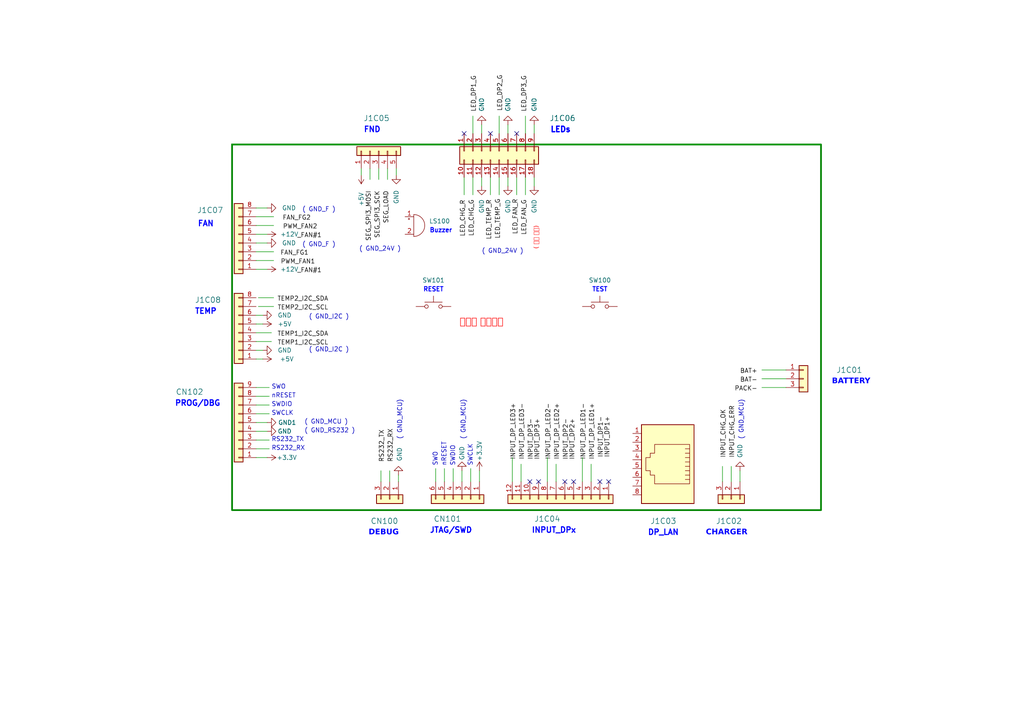
<source format=kicad_sch>
(kicad_sch (version 20231120) (generator "eeschema") (generator_version "8.0")
  (paper "A4")
  (title_block (title "PORTABLE Control Board") (date "2024-10-11") (rev "R1.1_241209") (company "(주)볼크"))
  (lib_symbols
    (symbol "Connector:RJ45" (pin_names (offset 1.016))
      (property "Reference" "J" (at -5.08 13.97 0))
      (property "Value" "RJ45" (at 2.54 13.97 0))
      (symbol "RJ45_0_1"
        (polyline (pts (xy -5.08 4.445) (xy -6.35 4.445)))
        (polyline (pts (xy -5.08 5.715) (xy -6.35 5.715)))
        (polyline (pts (xy -6.35 -3.175) (xy -5.08 -3.175) (xy -5.08 -3.175)))
        (polyline (pts (xy -6.35 -1.905) (xy -5.08 -1.905) (xy -5.08 -1.905)))
        (polyline (pts (xy -6.35 -0.635) (xy -5.08 -0.635) (xy -5.08 -0.635)))
        (polyline (pts (xy -6.35 0.635) (xy -5.08 0.635) (xy -5.08 0.635)))
        (polyline (pts (xy -6.35 1.905) (xy -5.08 1.905) (xy -5.08 1.905)))
        (polyline (pts (xy -5.08 3.175) (xy -6.35 3.175) (xy -6.35 3.175)))
        (polyline (pts (xy -6.35 -4.445) (xy -6.35 6.985) (xy 3.81 6.985) (xy 3.81 4.445) (xy 5.08 4.445) (xy 5.08 3.175) (xy 6.35 3.175) (xy 6.35 -0.635) (xy 5.08 -0.635) (xy 5.08 -1.905) (xy 3.81 -1.905) (xy 3.81 -4.445) (xy -6.35 -4.445) (xy -6.35 -4.445)))
        (rectangle (start 7.62 12.7) (end -7.62 -10.16) (stroke (width 0.254)) (fill (type background)))
      )
      (symbol "RJ45_1_1"
        (pin passive line (at 10.16 -7.62 180) (length 2.54) (name "~") (number "1"))
        (pin passive line (at 10.16 -5.08 180) (length 2.54) (name "~") (number "2"))
        (pin passive line (at 10.16 -2.54 180) (length 2.54) (name "~") (number "3"))
        (pin passive line (at 10.16 0 180) (length 2.54) (name "~") (number "4"))
        (pin passive line (at 10.16 2.54 180) (length 2.54) (name "~") (number "5"))
        (pin passive line (at 10.16 5.08 180) (length 2.54) (name "~") (number "6"))
        (pin passive line (at 10.16 7.62 180) (length 2.54) (name "~") (number "7"))
        (pin passive line (at 10.16 10.16 180) (length 2.54) (name "~") (number "8"))
      )
    )
    (symbol "Connector_Generic:Conn_01x03" (pin_names (offset 1.016) hide)
      (property "Reference" "J" (at 0 5.08 0))
      (property "Value" "Conn_01x03" (at 0 -5.08 0))
      (symbol "Conn_01x03_1_1"
        (rectangle (start -1.27 -2.413) (end 0 -2.667) (stroke (width 0.1524)))
        (rectangle (start -1.27 0.127) (end 0 -0.127) (stroke (width 0.1524)))
        (rectangle (start -1.27 2.667) (end 0 2.413) (stroke (width 0.1524)))
        (rectangle (start -1.27 3.81) (end 1.27 -3.81) (stroke (width 0.254)) (fill (type background)))
        (pin passive line (at -5.08 2.54 0) (length 3.81) (name "Pin_1") (number "1"))
        (pin passive line (at -5.08 0 0) (length 3.81) (name "Pin_2") (number "2"))
        (pin passive line (at -5.08 -2.54 0) (length 3.81) (name "Pin_3") (number "3"))
      )
    )
    (symbol "Connector_Generic:Conn_01x05" (pin_names (offset 1.016) hide)
      (property "Reference" "J" (at 0 7.62 0))
      (property "Value" "Conn_01x05" (at 0 -7.62 0))
      (symbol "Conn_01x05_1_1"
        (rectangle (start -1.27 -4.953) (end 0 -5.207) (stroke (width 0.1524)))
        (rectangle (start -1.27 -2.413) (end 0 -2.667) (stroke (width 0.1524)))
        (rectangle (start -1.27 0.127) (end 0 -0.127) (stroke (width 0.1524)))
        (rectangle (start -1.27 2.667) (end 0 2.413) (stroke (width 0.1524)))
        (rectangle (start -1.27 5.207) (end 0 4.953) (stroke (width 0.1524)))
        (rectangle (start -1.27 6.35) (end 1.27 -6.35) (stroke (width 0.254)) (fill (type background)))
        (pin passive line (at -5.08 5.08 0) (length 3.81) (name "Pin_1") (number "1"))
        (pin passive line (at -5.08 2.54 0) (length 3.81) (name "Pin_2") (number "2"))
        (pin passive line (at -5.08 0 0) (length 3.81) (name "Pin_3") (number "3"))
        (pin passive line (at -5.08 -2.54 0) (length 3.81) (name "Pin_4") (number "4"))
        (pin passive line (at -5.08 -5.08 0) (length 3.81) (name "Pin_5") (number "5"))
      )
    )
    (symbol "Connector_Generic:Conn_01x06" (pin_names (offset 1.016) hide)
      (property "Reference" "J" (at 0 7.62 0))
      (property "Value" "Conn_01x06" (at 0 -10.16 0))
      (symbol "Conn_01x06_1_1"
        (rectangle (start -1.27 -7.493) (end 0 -7.747) (stroke (width 0.1524)))
        (rectangle (start -1.27 -4.953) (end 0 -5.207) (stroke (width 0.1524)))
        (rectangle (start -1.27 -2.413) (end 0 -2.667) (stroke (width 0.1524)))
        (rectangle (start -1.27 0.127) (end 0 -0.127) (stroke (width 0.1524)))
        (rectangle (start -1.27 2.667) (end 0 2.413) (stroke (width 0.1524)))
        (rectangle (start -1.27 5.207) (end 0 4.953) (stroke (width 0.1524)))
        (rectangle (start -1.27 6.35) (end 1.27 -8.89) (stroke (width 0.254)) (fill (type background)))
        (pin passive line (at -5.08 5.08 0) (length 3.81) (name "Pin_1") (number "1"))
        (pin passive line (at -5.08 2.54 0) (length 3.81) (name "Pin_2") (number "2"))
        (pin passive line (at -5.08 0 0) (length 3.81) (name "Pin_3") (number "3"))
        (pin passive line (at -5.08 -2.54 0) (length 3.81) (name "Pin_4") (number "4"))
        (pin passive line (at -5.08 -5.08 0) (length 3.81) (name "Pin_5") (number "5"))
        (pin passive line (at -5.08 -7.62 0) (length 3.81) (name "Pin_6") (number "6"))
      )
    )
    (symbol "Connector_Generic:Conn_01x08" (pin_names (offset 1.016) hide)
      (property "Reference" "J" (at 0 10.16 0))
      (property "Value" "Conn_01x08" (at 0 -12.7 0))
      (symbol "Conn_01x08_1_1"
        (rectangle (start -1.27 -10.033) (end 0 -10.287) (stroke (width 0.1524)))
        (rectangle (start -1.27 -7.493) (end 0 -7.747) (stroke (width 0.1524)))
        (rectangle (start -1.27 -4.953) (end 0 -5.207) (stroke (width 0.1524)))
        (rectangle (start -1.27 -2.413) (end 0 -2.667) (stroke (width 0.1524)))
        (rectangle (start -1.27 0.127) (end 0 -0.127) (stroke (width 0.1524)))
        (rectangle (start -1.27 2.667) (end 0 2.413) (stroke (width 0.1524)))
        (rectangle (start -1.27 5.207) (end 0 4.953) (stroke (width 0.1524)))
        (rectangle (start -1.27 7.747) (end 0 7.493) (stroke (width 0.1524)))
        (rectangle (start -1.27 8.89) (end 1.27 -11.43) (stroke (width 0.254)) (fill (type background)))
        (pin passive line (at -5.08 7.62 0) (length 3.81) (name "Pin_1") (number "1"))
        (pin passive line (at -5.08 5.08 0) (length 3.81) (name "Pin_2") (number "2"))
        (pin passive line (at -5.08 2.54 0) (length 3.81) (name "Pin_3") (number "3"))
        (pin passive line (at -5.08 0 0) (length 3.81) (name "Pin_4") (number "4"))
        (pin passive line (at -5.08 -2.54 0) (length 3.81) (name "Pin_5") (number "5"))
        (pin passive line (at -5.08 -5.08 0) (length 3.81) (name "Pin_6") (number "6"))
        (pin passive line (at -5.08 -7.62 0) (length 3.81) (name "Pin_7") (number "7"))
        (pin passive line (at -5.08 -10.16 0) (length 3.81) (name "Pin_8") (number "8"))
      )
    )
    (symbol "Connector_Generic:Conn_01x09" (pin_names (offset 1.016) hide)
      (property "Reference" "J" (at 0 12.7 0))
      (property "Value" "Conn_01x09" (at 0 -12.7 0))
      (symbol "Conn_01x09_1_1"
        (rectangle (start -1.27 -10.033) (end 0 -10.287) (stroke (width 0.1524)))
        (rectangle (start -1.27 -7.493) (end 0 -7.747) (stroke (width 0.1524)))
        (rectangle (start -1.27 -4.953) (end 0 -5.207) (stroke (width 0.1524)))
        (rectangle (start -1.27 -2.413) (end 0 -2.667) (stroke (width 0.1524)))
        (rectangle (start -1.27 0.127) (end 0 -0.127) (stroke (width 0.1524)))
        (rectangle (start -1.27 2.667) (end 0 2.413) (stroke (width 0.1524)))
        (rectangle (start -1.27 5.207) (end 0 4.953) (stroke (width 0.1524)))
        (rectangle (start -1.27 7.747) (end 0 7.493) (stroke (width 0.1524)))
        (rectangle (start -1.27 10.287) (end 0 10.033) (stroke (width 0.1524)))
        (rectangle (start -1.27 11.43) (end 1.27 -11.43) (stroke (width 0.254)) (fill (type background)))
        (pin passive line (at -5.08 10.16 0) (length 3.81) (name "Pin_1") (number "1"))
        (pin passive line (at -5.08 7.62 0) (length 3.81) (name "Pin_2") (number "2"))
        (pin passive line (at -5.08 5.08 0) (length 3.81) (name "Pin_3") (number "3"))
        (pin passive line (at -5.08 2.54 0) (length 3.81) (name "Pin_4") (number "4"))
        (pin passive line (at -5.08 0 0) (length 3.81) (name "Pin_5") (number "5"))
        (pin passive line (at -5.08 -2.54 0) (length 3.81) (name "Pin_6") (number "6"))
        (pin passive line (at -5.08 -5.08 0) (length 3.81) (name "Pin_7") (number "7"))
        (pin passive line (at -5.08 -7.62 0) (length 3.81) (name "Pin_8") (number "8"))
        (pin passive line (at -5.08 -10.16 0) (length 3.81) (name "Pin_9") (number "9"))
      )
    )
    (symbol "Connector_Generic:Conn_01x12" (pin_names (offset 1.016) hide)
      (property "Reference" "J" (at 0 15.24 0))
      (property "Value" "Conn_01x12" (at 0 -17.78 0))
      (symbol "Conn_01x12_1_1"
        (rectangle (start -1.27 -15.113) (end 0 -15.367) (stroke (width 0.1524)))
        (rectangle (start -1.27 -12.573) (end 0 -12.827) (stroke (width 0.1524)))
        (rectangle (start -1.27 -10.033) (end 0 -10.287) (stroke (width 0.1524)))
        (rectangle (start -1.27 -7.493) (end 0 -7.747) (stroke (width 0.1524)))
        (rectangle (start -1.27 -4.953) (end 0 -5.207) (stroke (width 0.1524)))
        (rectangle (start -1.27 -2.413) (end 0 -2.667) (stroke (width 0.1524)))
        (rectangle (start -1.27 0.127) (end 0 -0.127) (stroke (width 0.1524)))
        (rectangle (start -1.27 2.667) (end 0 2.413) (stroke (width 0.1524)))
        (rectangle (start -1.27 5.207) (end 0 4.953) (stroke (width 0.1524)))
        (rectangle (start -1.27 7.747) (end 0 7.493) (stroke (width 0.1524)))
        (rectangle (start -1.27 10.287) (end 0 10.033) (stroke (width 0.1524)))
        (rectangle (start -1.27 12.827) (end 0 12.573) (stroke (width 0.1524)))
        (rectangle (start -1.27 13.97) (end 1.27 -16.51) (stroke (width 0.254)) (fill (type background)))
        (pin passive line (at -5.08 12.7 0) (length 3.81) (name "Pin_1") (number "1"))
        (pin passive line (at -5.08 -10.16 0) (length 3.81) (name "Pin_10") (number "10"))
        (pin passive line (at -5.08 -12.7 0) (length 3.81) (name "Pin_11") (number "11"))
        (pin passive line (at -5.08 -15.24 0) (length 3.81) (name "Pin_12") (number "12"))
        (pin passive line (at -5.08 10.16 0) (length 3.81) (name "Pin_2") (number "2"))
        (pin passive line (at -5.08 7.62 0) (length 3.81) (name "Pin_3") (number "3"))
        (pin passive line (at -5.08 5.08 0) (length 3.81) (name "Pin_4") (number "4"))
        (pin passive line (at -5.08 2.54 0) (length 3.81) (name "Pin_5") (number "5"))
        (pin passive line (at -5.08 0 0) (length 3.81) (name "Pin_6") (number "6"))
        (pin passive line (at -5.08 -2.54 0) (length 3.81) (name "Pin_7") (number "7"))
        (pin passive line (at -5.08 -5.08 0) (length 3.81) (name "Pin_8") (number "8"))
        (pin passive line (at -5.08 -7.62 0) (length 3.81) (name "Pin_9") (number "9"))
      )
    )
    (symbol "Connector_Generic:Conn_02x09_Top_Bottom" (pin_names (offset 1.016) hide)
      (property "Reference" "J" (at 1.27 12.7 0))
      (property "Value" "Conn_02x09_Top_Bottom" (at 1.27 -12.7 0))
      (symbol "Conn_02x09_Top_Bottom_1_1"
        (rectangle (start -1.27 -10.033) (end 0 -10.287) (stroke (width 0.1524)))
        (rectangle (start -1.27 -7.493) (end 0 -7.747) (stroke (width 0.1524)))
        (rectangle (start -1.27 -4.953) (end 0 -5.207) (stroke (width 0.1524)))
        (rectangle (start -1.27 -2.413) (end 0 -2.667) (stroke (width 0.1524)))
        (rectangle (start -1.27 0.127) (end 0 -0.127) (stroke (width 0.1524)))
        (rectangle (start -1.27 2.667) (end 0 2.413) (stroke (width 0.1524)))
        (rectangle (start -1.27 5.207) (end 0 4.953) (stroke (width 0.1524)))
        (rectangle (start -1.27 7.747) (end 0 7.493) (stroke (width 0.1524)))
        (rectangle (start -1.27 10.287) (end 0 10.033) (stroke (width 0.1524)))
        (rectangle (start -1.27 11.43) (end 3.81 -11.43) (stroke (width 0.254)) (fill (type background)))
        (rectangle (start 3.81 -10.033) (end 2.54 -10.287) (stroke (width 0.1524)))
        (rectangle (start 3.81 -7.493) (end 2.54 -7.747) (stroke (width 0.1524)))
        (rectangle (start 3.81 -4.953) (end 2.54 -5.207) (stroke (width 0.1524)))
        (rectangle (start 3.81 -2.413) (end 2.54 -2.667) (stroke (width 0.1524)))
        (rectangle (start 3.81 0.127) (end 2.54 -0.127) (stroke (width 0.1524)))
        (rectangle (start 3.81 2.667) (end 2.54 2.413) (stroke (width 0.1524)))
        (rectangle (start 3.81 5.207) (end 2.54 4.953) (stroke (width 0.1524)))
        (rectangle (start 3.81 7.747) (end 2.54 7.493) (stroke (width 0.1524)))
        (rectangle (start 3.81 10.287) (end 2.54 10.033) (stroke (width 0.1524)))
        (pin passive line (at -5.08 10.16 0) (length 3.81) (name "Pin_1") (number "1"))
        (pin passive line (at 7.62 10.16 180) (length 3.81) (name "Pin_10") (number "10"))
        (pin passive line (at 7.62 7.62 180) (length 3.81) (name "Pin_11") (number "11"))
        (pin passive line (at 7.62 5.08 180) (length 3.81) (name "Pin_12") (number "12"))
        (pin passive line (at 7.62 2.54 180) (length 3.81) (name "Pin_13") (number "13"))
        (pin passive line (at 7.62 0 180) (length 3.81) (name "Pin_14") (number "14"))
        (pin passive line (at 7.62 -2.54 180) (length 3.81) (name "Pin_15") (number "15"))
        (pin passive line (at 7.62 -5.08 180) (length 3.81) (name "Pin_16") (number "16"))
        (pin passive line (at 7.62 -7.62 180) (length 3.81) (name "Pin_17") (number "17"))
        (pin passive line (at 7.62 -10.16 180) (length 3.81) (name "Pin_18") (number "18"))
        (pin passive line (at -5.08 7.62 0) (length 3.81) (name "Pin_2") (number "2"))
        (pin passive line (at -5.08 5.08 0) (length 3.81) (name "Pin_3") (number "3"))
        (pin passive line (at -5.08 2.54 0) (length 3.81) (name "Pin_4") (number "4"))
        (pin passive line (at -5.08 0 0) (length 3.81) (name "Pin_5") (number "5"))
        (pin passive line (at -5.08 -2.54 0) (length 3.81) (name "Pin_6") (number "6"))
        (pin passive line (at -5.08 -5.08 0) (length 3.81) (name "Pin_7") (number "7"))
        (pin passive line (at -5.08 -7.62 0) (length 3.81) (name "Pin_8") (number "8"))
        (pin passive line (at -5.08 -10.16 0) (length 3.81) (name "Pin_9") (number "9"))
      )
    )
    (symbol "Device:Buzzer" (pin_names (offset 0.0254) hide)
      (property "Reference" "BZ" (at 3.81 1.27 0))
      (property "Value" "Buzzer" (at 3.81 -1.27 0))
      (symbol "Buzzer_0_1"
        (arc (start 0 -3.175) (mid 3.1612 0) (end 0 3.175))
        (polyline (pts (xy -1.651 1.905) (xy -1.143 1.905)))
        (polyline (pts (xy -1.397 2.159) (xy -1.397 1.651)))
        (polyline (pts (xy 0 3.175) (xy 0 -3.175)))
      )
      (symbol "Buzzer_1_1"
        (pin passive line (at -2.54 2.54 0) (length 2.54) (name "-") (number "1"))
        (pin passive line (at -2.54 -2.54 0) (length 2.54) (name "+") (number "2"))
      )
    )
    (symbol "Switch:SW_Push" (pin_numbers hide) (pin_names (offset 1.016) hide)
      (property "Reference" "SW" (at 1.27 2.54 0))
      (property "Value" "SW_Push" (at 0 -1.524 0))
      (symbol "SW_Push_0_1"
        (circle (center -2.032 0) (radius 0.508))
        (polyline (pts (xy 0 1.27) (xy 0 3.048)))
        (polyline (pts (xy 2.54 1.27) (xy -2.54 1.27)))
        (circle (center 2.032 0) (radius 0.508))
        (pin passive line (at -5.08 0 0) (length 2.54) (name "1") (number "1"))
        (pin passive line (at 5.08 0 180) (length 2.54) (name "2") (number "2"))
      )
    )
    (symbol "gnd:GND" (power) (pin_numbers hide) (pin_names (offset 0) hide)
      (property "Value" "GND" (at 0 -3.81 0))
      (symbol "GND_0_1"
        (polyline (pts (xy 0 0) (xy 0 -1.27) (xy 1.27 -1.27) (xy 0 -2.54) (xy -1.27 -1.27) (xy 0 -1.27)))
      )
      (symbol "GND_1_1"
        (pin power_in line (at 0 0 270) (length 0) hide (name "GND") (number "1"))
      )
    )
    (symbol "power:+12V" (power) (pin_numbers hide) (pin_names (offset 0) hide)
      (property "Value" "+12V" (at 0 3.556 0))
      (symbol "+12V_0_1"
        (polyline (pts (xy -0.762 1.27) (xy 0 2.54)))
        (polyline (pts (xy 0 0) (xy 0 2.54)))
        (polyline (pts (xy 0 2.54) (xy 0.762 1.27)))
      )
      (symbol "+12V_1_1"
        (pin power_in line (at 0 0 90) (length 0) hide (name "+12V") (number "1"))
      )
    )
    (symbol "power:+3.3V" (power) (pin_numbers hide) (pin_names (offset 0) hide)
      (property "Value" "+3.3V" (at 0 3.556 0))
      (symbol "+3.3V_0_1"
        (polyline (pts (xy -0.762 1.27) (xy 0 2.54)))
        (polyline (pts (xy 0 0) (xy 0 2.54)))
        (polyline (pts (xy 0 2.54) (xy 0.762 1.27)))
      )
      (symbol "+3.3V_1_1"
        (pin power_in line (at 0 0 90) (length 0) hide (name "+3.3V") (number "1"))
      )
    )
    (symbol "power:+5V" (power) (pin_numbers hide) (pin_names (offset 0) hide)
      (property "Value" "+5V" (at 0 3.556 0))
      (symbol "+5V_0_1"
        (polyline (pts (xy -0.762 1.27) (xy 0 2.54)))
        (polyline (pts (xy 0 0) (xy 0 2.54)))
        (polyline (pts (xy 0 2.54) (xy 0.762 1.27)))
      )
      (symbol "+5V_1_1"
        (pin power_in line (at 0 0 90) (length 0) hide (name "+5V") (number "1"))
      )
    )
    (symbol "power:GND" (power) (pin_numbers hide) (pin_names (offset 0) hide)
      (property "Value" "GND" (at 0 -3.81 0))
      (symbol "GND_0_1"
        (polyline (pts (xy 0 0) (xy 0 -1.27) (xy 1.27 -1.27) (xy 0 -2.54) (xy -1.27 -1.27) (xy 0 -1.27)))
      )
      (symbol "GND_1_1"
        (pin power_in line (at 0 0 270) (length 0) hide (name "GND") (number "1"))
      )
    )
    (symbol "power:GND1" (power) (pin_numbers hide) (pin_names (offset 0) hide)
      (property "Value" "GND1" (at 0 -3.81 0))
      (symbol "GND1_0_1"
        (polyline (pts (xy 0 0) (xy 0 -1.27) (xy 1.27 -1.27) (xy 0 -2.54) (xy -1.27 -1.27) (xy 0 -1.27)))
      )
      (symbol "GND1_1_1"
        (pin power_in line (at 0 0 270) (length 0) hide (name "GND1") (number "1"))
      )
    )
  )
  (no_connect (at 134.62 38.735))
  (no_connect (at 149.86 38.735))
  (no_connect (at 142.24 38.735))
  (no_connect (at 163.83 139.7))
  (no_connect (at 176.53 139.7))
  (no_connect (at 173.99 139.7))
  (no_connect (at 156.21 139.7))
  (no_connect (at 166.37 139.7))
  (no_connect (at 153.67 139.7))
  (wire (pts (xy 74.93 86.36) (xy 79.375 86.36)))
  (wire (pts (xy 139.065 136.525) (xy 139.065 139.7)))
  (wire (pts (xy 114.935 50.8) (xy 114.935 48.895)))
  (wire (pts (xy 171.45 139.7) (xy 171.45 134.62)))
  (wire (pts (xy 74.93 88.9) (xy 79.375 88.9)))
  (wire (pts (xy 214.63 136.525) (xy 214.63 139.7)))
  (wire (pts (xy 134.62 51.435) (xy 134.62 56.515)))
  (wire (pts (xy 78.105 130.175) (xy 74.295 130.175)))
  (wire (pts (xy 112.395 52.07) (xy 112.395 48.895)))
  (wire (pts (xy 107.315 52.07) (xy 107.315 48.895)))
  (wire (pts (xy 152.4 51.435) (xy 152.4 56.515)))
  (wire (pts (xy 137.16 51.435) (xy 137.16 56.515)))
  (wire (pts (xy 152.4 33.655) (xy 152.4 38.735)))
  (wire (pts (xy 74.295 65.405) (xy 79.375 65.405)))
  (wire (pts (xy 78.105 114.935) (xy 74.295 114.935)))
  (wire (pts (xy 109.855 52.07) (xy 109.855 48.895)))
  (wire (pts (xy 76.2 101.6) (xy 74.295 101.6)))
  (wire (pts (xy 220.98 109.855) (xy 227.965 109.855)))
  (wire (pts (xy 158.75 139.7) (xy 158.75 132.715)))
  (wire (pts (xy 77.47 67.945) (xy 74.295 67.945)))
  (wire (pts (xy 74.295 75.565) (xy 79.375 75.565)))
  (wire (pts (xy 74.295 96.52) (xy 78.74 96.52)))
  (wire (pts (xy 131.445 135.89) (xy 131.445 139.7)))
  (wire (pts (xy 148.59 139.7) (xy 148.59 132.715)))
  (wire (pts (xy 136.525 135.89) (xy 136.525 139.7)))
  (wire (pts (xy 133.985 136.525) (xy 133.985 139.7)))
  (wire (pts (xy 78.105 127.635) (xy 74.295 127.635)))
  (wire (pts (xy 149.86 51.435) (xy 149.86 56.515)))
  (wire (pts (xy 209.55 135.255) (xy 209.55 139.7)))
  (wire (pts (xy 78.105 117.475) (xy 74.295 117.475)))
  (wire (pts (xy 77.47 125.095) (xy 74.295 125.095)))
  (wire (pts (xy 151.13 139.7) (xy 151.13 134.62)))
  (wire (pts (xy 212.09 135.255) (xy 212.09 139.7)))
  (wire (pts (xy 144.78 33.655) (xy 144.78 38.735)))
  (wire (pts (xy 137.16 33.655) (xy 137.16 38.735)))
  (wire (pts (xy 74.295 73.025) (xy 79.375 73.025)))
  (wire (pts (xy 147.32 53.975) (xy 147.32 51.435)))
  (wire (pts (xy 76.2 91.44) (xy 74.295 91.44)))
  (wire (pts (xy 76.2 93.98) (xy 74.295 93.98)))
  (wire (pts (xy 76.2 104.14) (xy 74.295 104.14)))
  (wire (pts (xy 142.24 51.435) (xy 142.24 56.515)))
  (wire (pts (xy 77.47 78.105) (xy 74.295 78.105)))
  (wire (pts (xy 154.94 36.195) (xy 154.94 38.735)))
  (wire (pts (xy 147.32 36.195) (xy 147.32 38.735)))
  (wire (pts (xy 74.295 62.865) (xy 79.375 62.865)))
  (wire (pts (xy 161.29 139.7) (xy 161.29 134.62)))
  (wire (pts (xy 144.78 51.435) (xy 144.78 56.515)))
  (wire (pts (xy 115.57 137.795) (xy 115.57 139.7)))
  (wire (pts (xy 139.7 53.975) (xy 139.7 51.435)))
  (wire (pts (xy 77.47 122.555) (xy 74.295 122.555)))
  (wire (pts (xy 74.295 70.485) (xy 77.47 70.485)))
  (wire (pts (xy 110.49 136.525) (xy 110.49 139.7)))
  (wire (pts (xy 154.94 53.975) (xy 154.94 51.435)))
  (wire (pts (xy 168.91 139.7) (xy 168.91 132.715)))
  (wire (pts (xy 78.105 112.395) (xy 74.295 112.395)))
  (wire (pts (xy 220.98 112.395) (xy 227.965 112.395)))
  (wire (pts (xy 139.7 36.195) (xy 139.7 38.735)))
  (wire (pts (xy 128.905 135.89) (xy 128.905 139.7)))
  (wire (pts (xy 126.365 135.89) (xy 126.365 139.7)))
  (wire (pts (xy 220.98 107.315) (xy 227.965 107.315)))
  (wire (pts (xy 113.03 136.525) (xy 113.03 139.7)))
  (wire (pts (xy 104.775 50.8) (xy 104.775 48.895)))
  (wire (pts (xy 77.47 132.715) (xy 74.295 132.715)))
  (wire (pts (xy 74.295 99.06) (xy 78.74 99.06)))
  (wire (pts (xy 74.295 60.325) (xy 77.47 60.325)))
  (wire (pts (xy 78.105 120.015) (xy 74.295 120.015)))
  (rectangle (start 67.31 41.91) (end 238.125 147.955) (stroke (width 0.5) (color 0 132 0 1)))
  (text "( GND_24V )" (at 104.14 73.025 0) (effects (font (size 1.27 1.27)) (justify left bottom)))
  (text "( GND_MCU)\n\n" (at 137.16 127.635 90) (effects (font (size 1.27 1.27)) (justify left bottom)))
  (text "SWO" (at 78.74 113.03 0) (effects (font (size 1.27 1.27)) (justify left bottom)))
  (text "( 현재 없음)\n\n" (at 158.75 72.39 90) (effects (font (size 1.27 1.27)) (justify left bottom)))
  (text "RS232_RX" (at 78.74 130.81 0) (effects (font (size 1.27 1.27)) (justify left bottom)))
  (text "RS232_TX" (at 78.74 128.27 0) (effects (font (size 1.27 1.27)) (justify left bottom)))
  (text "( GND_MCU)\n\n" (at 217.805 127.635 90) (effects (font (size 1.27 1.27)) (justify left bottom)))
  (text "SWO" (at 127 135.255 90) (effects (font (size 1.27 1.27)) (justify left bottom)))
  (text "SWCLK" (at 137.16 135.255 90) (effects (font (size 1.27 1.27)) (justify left bottom)))
  (text "nRESET" (at 78.74 115.57 0) (effects (font (size 1.27 1.27)) (justify left bottom)))
  (text "nRESET" (at 129.54 135.255 90) (effects (font (size 1.27 1.27)) (justify left bottom)))
  (text "( GND_I2C )" (at 89.535 92.71 0) (effects (font (size 1.27 1.27)) (justify left bottom)))
  (text "( GND_24V )" (at 139.7 73.66 0) (effects (font (size 1.27 1.27)) (justify left bottom)))
  (text "SWCLK" (at 78.74 120.65 0) (effects (font (size 1.27 1.27)) (justify left bottom)))
  (text "( GND_I2C )" (at 89.535 102.235 0) (effects (font (size 1.27 1.27)) (justify left bottom)))
  (text "이동형 제어보드" (at 133.35 95.25 0) (effects (font (size 2 2)) (justify left bottom)))
  (text "( GND_MCU )" (at 88.265 123.19 0) (effects (font (size 1.27 1.27)) (justify left bottom)))
  (text "( GND_F )" (at 87.63 71.755 0) (effects (font (size 1.27 1.27)) (justify left bottom)))
  (text "( GND_MCU)\n\n" (at 118.745 127.635 90) (effects (font (size 1.27 1.27)) (justify left bottom)))
  (text "SWDIO" (at 132.08 135.255 90) (effects (font (size 1.27 1.27)) (justify left bottom)))
  (text "( GND_RS232 )" (at 88.265 125.73 0) (effects (font (size 1.27 1.27)) (justify left bottom)))
  (text "SWDIO" (at 78.74 118.11 0) (effects (font (size 1.27 1.27)) (justify left bottom)))
  (text "( GND_F )" (at 87.63 61.595 0) (effects (font (size 1.27 1.27)) (justify left bottom)))
  (label "LED_DP2_G" (at 146.05 21.59 270))
  (label "INPUT_DP_LED1+" (at 172.72 116.84 270))
  (label "LED_FAN_R" (at 150.495 67.945 90))
  (label "INPUT_DP1-" (at 175.26 120.65 270))
  (label "INPUT_DP3+" (at 156.845 121.285 270))
  (label "SEG_SPI3_MOSI" (at 107.95 55.245 270))
  (label "LED_DP1_G" (at 138.43 32.385 90))
  (label "TEMP2_I2C_SCL" (at 95.25 90.17 180))
  (label "BAT-" (at 219.71 111.125 180))
  (label "INPUT_DP_LED2-" (at 160.02 116.84 270))
  (label "FAN_FG2" (at 90.17 64.135 180))
  (label "PACK-" (at 219.71 113.665 180))
  (label "TEMP1_I2C_SDA" (at 95.25 97.79 180))
  (label "LED_FAN_G" (at 153.035 57.785 270))
  (label "LED_CHG_G" (at 137.795 57.785 270))
  (label "INPUT_DP_LED3+" (at 149.86 116.84 270))
  (label "INPUT_DP2+" (at 167.005 121.285 270))
  (label "LED_DP3_G" (at 153.035 32.385 90))
  (label "INPUT_DP2-" (at 165.1 121.285 270))
  (label "SEG_LOAD" (at 113.03 55.245 270))
  (label "_FAN#1" (at 93.345 69.215 180))
  (label "INPUT_CHG_ERR" (at 213.36 132.715 90))
  (label "TEMP1_I2C_SCL" (at 95.25 100.33 180))
  (label "FAN_FG1" (at 89.535 74.295 180))
  (label "PWM_FAN2" (at 92.075 66.675 180))
  (label "RS232_TX" (at 111.76 133.985 90))
  (label "RS232_RX" (at 114.3 133.985 90))
  (label "INPUT_DP_LED1-" (at 170.18 116.84 270))
  (label "LED_TEMP_R" (at 142.875 57.785 270))
  (label "INPUT_DP_LED2+" (at 162.56 116.84 270))
  (label "INPUT_DP3-" (at 154.94 121.285 270))
  (label "SEG_SPI3_SCK" (at 110.49 55.245 270))
  (label "BAT+" (at 219.71 108.585 180))
  (label "INPUT_DP_LED3-" (at 152.4 116.84 270))
  (label "LED_TEMP_G" (at 145.415 69.215 90))
  (label "LED_CHG_R" (at 135.255 68.58 90))
  (label "TEMP2_I2C_SDA" (at 95.25 87.63 180))
  (label "INPUT_DP1+" (at 177.165 120.65 270))
  (label "PWM_FAN1" (at 91.44 76.835 180))
  (label "INPUT_CHG_OK" (at 210.82 132.715 90))
  (label "_FAN#1" (at 93.345 79.375 180))
  (symbol (lib_id "power:+3.3V") (at 139.065 136.525 0) (unit 1)
    (property "Reference" "#PWR028" (effects (hide yes)))
    (property "Value" "+3.3V" (at 139.065 130.81 90))
  )
  (symbol (lib_id "power:GND") (at 214.63 136.525 0) (mirror x) (unit 1)
    (property "Reference" "#PWR04" (effects (hide yes)))
    (property "Value" "GND" (at 214.63 130.81 90))
  )
  (symbol (lib_id "power:+5V") (at 104.775 50.8 0) (mirror x) (unit 1)
    (property "Reference" "#PWR030" (effects (hide yes)))
    (property "Value" "+5V" (at 104.775 57.785 90))
  )
  (symbol (lib_id "Connector_Generic:Conn_01x03") (at 233.045 109.855 0) (unit 1)
    (property "Reference" "J1C01" (at 250.19 107.315 0) (effects (font (size 1.6 1.6)) (justify right)))
    (property "Value" "BATTERY" (at 252.095 110.49 0) (effects (font (size 1.6 1.6) (bold yes)) (justify right)))
  )
  (symbol (lib_id "gnd:GND") (at 154.94 36.195 180) (unit 1)
    (property "Reference" "#PWR011" (effects (hide yes)))
    (property "Value" "GND" (at 154.94 32.385 90) (effects (justify right)))
  )
  (symbol (lib_id "gnd:GND") (at 76.2 101.6 90) (unit 1)
    (property "Reference" "#PWR018" (effects (hide yes)))
    (property "Value" "GND" (at 82.55 101.6 90))
  )
  (symbol (lib_id "power:+5V") (at 76.2 93.98 270) (mirror x) (unit 1)
    (property "Reference" "#PWR033" (effects (hide yes)))
    (property "Value" "+5V" (at 82.55 93.98 90))
  )
  (symbol (lib_id "gnd:GND") (at 114.935 50.8 0) (unit 1)
    (property "Reference" "#PWR032" (effects (hide yes)))
    (property "Value" "GND" (at 114.935 57.15 90))
  )
  (symbol (lib_id "Connector_Generic:Conn_01x06") (at 133.985 144.78 270) (unit 1)
    (property "Reference" "CN101" (at 125.73 150.495 90) (effects (font (size 1.6 1.6)) (justify left)))
    (property "Value" "JTAG/SWD" (at 130.81 153.67 90) (effects (font (size 1.6 1.6) (bold yes))))
  )
  (symbol (lib_id "power:GND") (at 77.47 125.095 90) (mirror x) (unit 1)
    (property "Reference" "#PWR01" (effects (hide yes)))
    (property "Value" "GND" (at 82.55 125.095 90))
  )
  (symbol (lib_id "gnd:GND") (at 77.47 60.325 90) (mirror x) (unit 1)
    (property "Reference" "#PWR09" (effects (hide yes)))
    (property "Value" "GND" (at 83.82 60.325 90))
  )
  (symbol (lib_id "power:GND1") (at 77.47 122.555 90) (unit 1)
    (property "Reference" "#PWR03" (effects (hide yes)))
    (property "Value" "GND1" (at 80.645 122.555 90) (effects (justify right)))
  )
  (symbol (lib_id "Connector_Generic:Conn_01x09") (at 69.215 122.555 180) (unit 1)
    (property "Reference" "CN102" (at 59.055 113.665 0) (effects (font (size 1.6 1.6)) (justify left)))
    (property "Value" "PROG/DBG" (at 64.135 116.84 0) (effects (font (size 1.6 1.6) (bold yes)) (justify left)))
  )
  (symbol (lib_id "power:+3.3V") (at 77.47 132.715 270) (unit 1)
    (property "Reference" "#PWR02" (effects (hide yes)))
    (property "Value" "+3.3V" (at 83.185 132.715 90))
  )
  (symbol (lib_id "gnd:GND") (at 76.2 91.44 90) (unit 1)
    (property "Reference" "#PWR034" (effects (hide yes)))
    (property "Value" "GND" (at 82.55 91.44 90))
  )
  (symbol (lib_id "power:GND") (at 115.57 137.795 0) (mirror x) (unit 1)
    (property "Reference" "#PWR035" (effects (hide yes)))
    (property "Value" "GND" (at 115.8875 131.7625 90))
  )
  (symbol (lib_id "Switch:SW_Push") (at 125.73 88.9 0) (unit 1)
    (property "Reference" "SW101" (at 125.73 81.28 0))
    (property "Value" "RESET" (at 125.73 83.82 0) (effects (font (bold yes))))
  )
  (symbol (lib_id "Connector_Generic:Conn_02x09_Top_Bottom") (at 144.78 43.815 90) (mirror x) (unit 1)
    (property "Reference" "J1C06" (at 167.005 34.29 90) (effects (font (size 1.6 1.6)) (justify left)))
    (property "Value" "LEDs" (at 165.735 37.465 90) (effects (font (size 1.6 1.6) (bold yes)) (justify left)))
  )
  (symbol (lib_id "Connector_Generic:Conn_01x12") (at 163.83 144.78 270) (unit 1)
    (property "Reference" "J1C04" (at 158.75 150.495 90) (effects (font (size 1.6 1.6))))
    (property "Value" "INPUT_DPx" (at 160.655 153.67 90) (effects (font (size 1.6 1.6) (bold yes))))
  )
  (symbol (lib_id "gnd:GND") (at 77.47 70.485 90) (mirror x) (unit 1)
    (property "Reference" "#PWR08" (effects (hide yes)))
    (property "Value" "GND" (at 83.82 70.485 90))
  )
  (symbol (lib_id "gnd:GND") (at 139.7 53.975 0) (unit 1)
    (property "Reference" "#PWR012" (effects (hide yes)))
    (property "Value" "GND" (at 139.7 57.785 90) (effects (justify right)))
  )
  (symbol (lib_id "power:+5V") (at 76.2 104.14 270) (mirror x) (unit 1)
    (property "Reference" "#PWR010" (effects (hide yes)))
    (property "Value" "+5V" (at 83.185 104.14 90))
  )
  (symbol (lib_id "gnd:GND") (at 147.32 53.975 0) (unit 1)
    (property "Reference" "#PWR013" (effects (hide yes)))
    (property "Value" "GND" (at 147.32 57.785 90) (effects (justify right)))
  )
  (symbol (lib_id "gnd:GND") (at 139.7 36.195 180) (unit 1)
    (property "Reference" "#PWR05" (effects (hide yes)))
    (property "Value" "GND" (at 139.7 32.385 90) (effects (justify right)))
  )
  (symbol (lib_id "Connector_Generic:Conn_01x08") (at 69.215 96.52 180) (unit 1)
    (property "Reference" "J1C08" (at 60.325 86.995 0) (effects (font (size 1.6 1.6))))
    (property "Value" "TEMP" (at 59.69 90.17 0) (effects (font (size 1.6 1.6) (bold yes))))
  )
  (symbol (lib_id "power:+12V") (at 77.47 78.105 270) (unit 1)
    (property "Reference" "#PWR017" (effects (hide yes)))
    (property "Value" "+12V" (at 81.28 78.105 90) (effects (justify left)))
  )
  (symbol (lib_id "Connector_Generic:Conn_01x05") (at 109.855 43.815 90) (unit 1)
    (property "Reference" "J1C05" (at 109.22 34.29 90) (effects (font (size 1.6 1.6))))
    (property "Value" "FND" (at 107.95 37.465 90) (effects (font (size 1.6 1.6) (bold yes))))
  )
  (symbol (lib_id "power:GND") (at 133.985 136.525 0) (mirror x) (unit 1)
    (property "Reference" "#PWR027" (effects (hide yes)))
    (property "Value" "GND" (at 133.985 131.445 90))
  )
  (symbol (lib_id "Connector_Generic:Conn_01x03") (at 113.03 144.78 270) (unit 1)
    (property "Reference" "CN100" (at 115.57 151.13 90) (effects (font (size 1.6 1.6)) (justify right)))
    (property "Value" "DEBUG" (at 115.57 154.305 90) (effects (font (size 1.6 1.6) (bold yes)) (justify right)))
  )
  (symbol (lib_id "Connector:RJ45") (at 193.675 133.35 180) (unit 1)
    (property "Reference" "J1C03" (at 192.405 151.13 0) (effects (font (size 1.6 1.6))))
    (property "Value" "DP_LAN" (at 192.405 154.305 0) (effects (font (size 1.6 1.6) (bold yes))))
  )
  (symbol (lib_id "Device:Buzzer") (at 120.015 65.405 0) (unit 1)
    (property "Reference" "LS100" (at 124.46 64.135 0) (effects (justify left)))
    (property "Value" "Buzzer" (at 124.46 66.675 0) (effects (font (bold yes)) (justify left)))
  )
  (symbol (lib_id "gnd:GND") (at 147.32 36.195 180) (unit 1)
    (property "Reference" "#PWR06" (effects (hide yes)))
    (property "Value" "GND" (at 147.32 32.385 90) (effects (justify right)))
  )
  (symbol (lib_id "gnd:GND") (at 154.94 53.975 0) (unit 1)
    (property "Reference" "#PWR014" (effects (hide yes)))
    (property "Value" "GND" (at 154.94 57.785 90) (effects (justify right)))
  )
  (symbol (lib_id "Connector_Generic:Conn_01x03") (at 212.09 144.78 270) (unit 1)
    (property "Reference" "J1C02" (at 215.265 151.13 90) (effects (font (size 1.6 1.6)) (justify right)))
    (property "Value" "CHARGER" (at 216.535 154.305 90) (effects (font (size 1.6 1.6) (bold yes)) (justify right)))
  )
  (symbol (lib_id "Switch:SW_Push") (at 173.99 88.9 0) (unit 1)
    (property "Reference" "SW100" (at 173.99 81.28 0))
    (property "Value" "TEST" (at 173.99 83.82 0) (effects (font (bold yes))))
  )
  (symbol (lib_id "Connector_Generic:Conn_01x08") (at 69.215 70.485 180) (unit 1)
    (property "Reference" "J1C07" (at 60.96 60.96 0) (effects (font (size 1.6 1.6))))
    (property "Value" "FAN" (at 59.69 64.77 0) (effects (font (size 1.6 1.6) (bold yes))))
  )
  (symbol (lib_id "power:+12V") (at 77.47 67.945 270) (unit 1)
    (property "Reference" "#PWR07" (effects (hide yes)))
    (property "Value" "+12V" (at 81.28 67.945 90) (effects (justify left)))
  )
)
</source>
